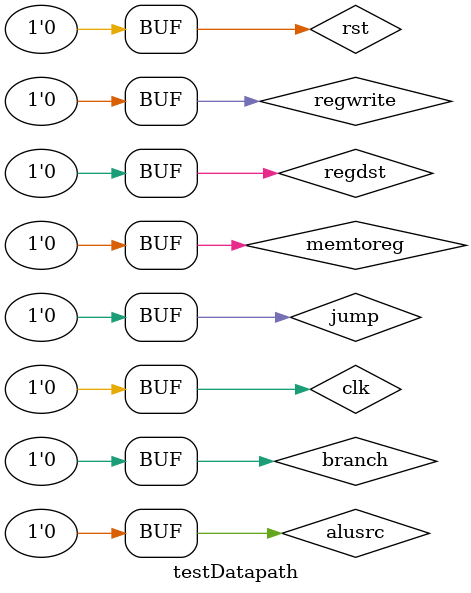
<source format=v>
`timescale 1ns / 1ps


module testDatapath(

    );
    reg clk;
	reg rst;
	wire jump; // ÊÇ·ñÌø×ªµÄ±êÖ¾
	wire branch; // ÊÇ·ñÊÇ·ÖÖ§µÄ±êÖ¾
	wire alusrc;
	wire memtoreg;
	wire regwrite;
	wire regdst;
     wire [2:0] alucontrol;
     wire [31:0] instr;
     wire [31:0] readdata;
     wire [31:0] pc;
     wire [31:0] aluout;
     wire [31:0] writedata;
     wire zero;    // zero ÊÇbeqÌõ¼þÅÐ¶ÏµÄÊä³öÐÅºÅ
     assign jump = 0, branch = 0, alusrc = 0, memtoreg = 0, regwrite = 0, regdst = 0;
     datapath da(clk,rst,jump,branch,alusrc,memtoreg,regwrite,regdst,alucontrol,instr,readdata,pc,aluout,writedata,zero);
     
     initial begin 
		rst <= 1;
		#200;
		rst <= 0;
	end
	
	always begin
		clk <= 1;
		#10;
		clk <= 0;
		#10;
	end
endmodule

</source>
